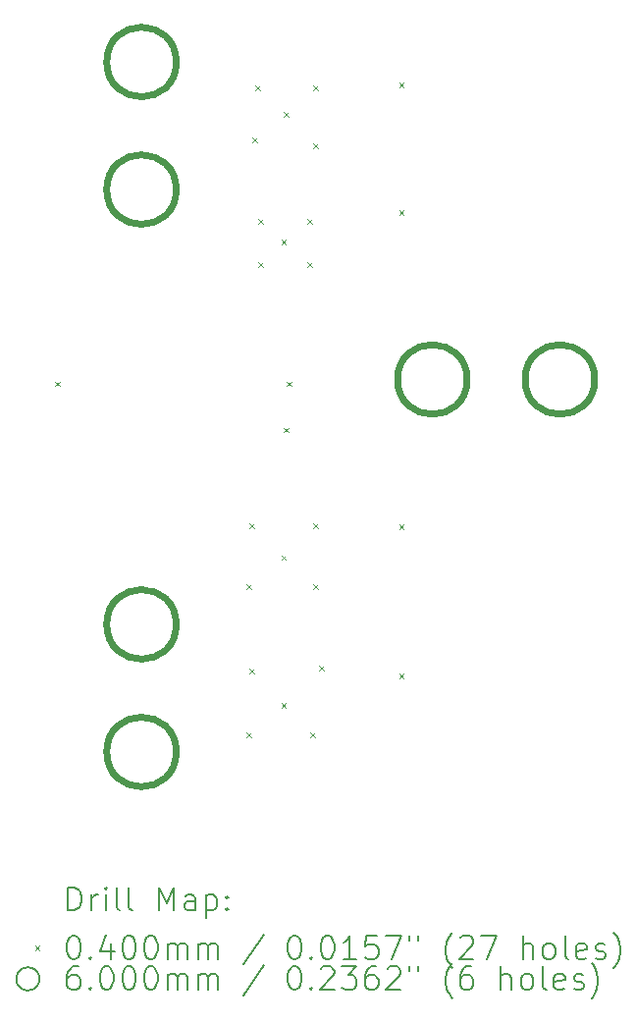
<source format=gbr>
%TF.GenerationSoftware,KiCad,Pcbnew,7.0.1*%
%TF.CreationDate,2023-04-06T11:57:59-07:00*%
%TF.ProjectId,rps01,72707330-312e-46b6-9963-61645f706362,0*%
%TF.SameCoordinates,Original*%
%TF.FileFunction,Drillmap*%
%TF.FilePolarity,Positive*%
%FSLAX45Y45*%
G04 Gerber Fmt 4.5, Leading zero omitted, Abs format (unit mm)*
G04 Created by KiCad (PCBNEW 7.0.1) date 2023-04-06 11:57:59*
%MOMM*%
%LPD*%
G01*
G04 APERTURE LIST*
%ADD10C,0.200000*%
%ADD11C,0.040000*%
%ADD12C,0.600000*%
G04 APERTURE END LIST*
D10*
D11*
X1530000Y-5605000D02*
X1570000Y-5645000D01*
X1570000Y-5605000D02*
X1530000Y-5645000D01*
X3180000Y-7355000D02*
X3220000Y-7395000D01*
X3220000Y-7355000D02*
X3180000Y-7395000D01*
X3180000Y-8630000D02*
X3220000Y-8670000D01*
X3220000Y-8630000D02*
X3180000Y-8670000D01*
X3205000Y-6830000D02*
X3245000Y-6870000D01*
X3245000Y-6830000D02*
X3205000Y-6870000D01*
X3205000Y-8080000D02*
X3245000Y-8120000D01*
X3245000Y-8080000D02*
X3205000Y-8120000D01*
X3230000Y-3505000D02*
X3270000Y-3545000D01*
X3270000Y-3505000D02*
X3230000Y-3545000D01*
X3255000Y-3055000D02*
X3295000Y-3095000D01*
X3295000Y-3055000D02*
X3255000Y-3095000D01*
X3280000Y-4205000D02*
X3320000Y-4245000D01*
X3320000Y-4205000D02*
X3280000Y-4245000D01*
X3280000Y-4580000D02*
X3320000Y-4620000D01*
X3320000Y-4580000D02*
X3280000Y-4620000D01*
X3480000Y-4380000D02*
X3520000Y-4420000D01*
X3520000Y-4380000D02*
X3480000Y-4420000D01*
X3480000Y-7105000D02*
X3520000Y-7145000D01*
X3520000Y-7105000D02*
X3480000Y-7145000D01*
X3480000Y-8380000D02*
X3520000Y-8420000D01*
X3520000Y-8380000D02*
X3480000Y-8420000D01*
X3505000Y-3280000D02*
X3545000Y-3320000D01*
X3545000Y-3280000D02*
X3505000Y-3320000D01*
X3505000Y-6005000D02*
X3545000Y-6045000D01*
X3545000Y-6005000D02*
X3505000Y-6045000D01*
X3530000Y-5605000D02*
X3570000Y-5645000D01*
X3570000Y-5605000D02*
X3530000Y-5645000D01*
X3705000Y-4205000D02*
X3745000Y-4245000D01*
X3745000Y-4205000D02*
X3705000Y-4245000D01*
X3705000Y-4580000D02*
X3745000Y-4620000D01*
X3745000Y-4580000D02*
X3705000Y-4620000D01*
X3730000Y-8630000D02*
X3770000Y-8670000D01*
X3770000Y-8630000D02*
X3730000Y-8670000D01*
X3755000Y-3055000D02*
X3795000Y-3095000D01*
X3795000Y-3055000D02*
X3755000Y-3095000D01*
X3755000Y-3555000D02*
X3795000Y-3595000D01*
X3795000Y-3555000D02*
X3755000Y-3595000D01*
X3755000Y-6830000D02*
X3795000Y-6870000D01*
X3795000Y-6830000D02*
X3755000Y-6870000D01*
X3755000Y-7355000D02*
X3795000Y-7395000D01*
X3795000Y-7355000D02*
X3755000Y-7395000D01*
X3805000Y-8055000D02*
X3845000Y-8095000D01*
X3845000Y-8055000D02*
X3805000Y-8095000D01*
X4497220Y-3028000D02*
X4537220Y-3068000D01*
X4537220Y-3028000D02*
X4497220Y-3068000D01*
X4497220Y-4126000D02*
X4537220Y-4166000D01*
X4537220Y-4126000D02*
X4497220Y-4166000D01*
X4497220Y-6838000D02*
X4537220Y-6878000D01*
X4537220Y-6838000D02*
X4497220Y-6878000D01*
X4497220Y-8126000D02*
X4537220Y-8166000D01*
X4537220Y-8126000D02*
X4497220Y-8166000D01*
D12*
X2575000Y-2850000D02*
G75*
G03*
X2575000Y-2850000I-300000J0D01*
G01*
X2575000Y-3950000D02*
G75*
G03*
X2575000Y-3950000I-300000J0D01*
G01*
X2575000Y-7700000D02*
G75*
G03*
X2575000Y-7700000I-300000J0D01*
G01*
X2575000Y-8800000D02*
G75*
G03*
X2575000Y-8800000I-300000J0D01*
G01*
X5084000Y-5588000D02*
G75*
G03*
X5084000Y-5588000I-300000J0D01*
G01*
X6184000Y-5588000D02*
G75*
G03*
X6184000Y-5588000I-300000J0D01*
G01*
D10*
X1642619Y-10165524D02*
X1642619Y-9965524D01*
X1642619Y-9965524D02*
X1690238Y-9965524D01*
X1690238Y-9965524D02*
X1718809Y-9975048D01*
X1718809Y-9975048D02*
X1737857Y-9994095D01*
X1737857Y-9994095D02*
X1747381Y-10013143D01*
X1747381Y-10013143D02*
X1756905Y-10051238D01*
X1756905Y-10051238D02*
X1756905Y-10079810D01*
X1756905Y-10079810D02*
X1747381Y-10117905D01*
X1747381Y-10117905D02*
X1737857Y-10136952D01*
X1737857Y-10136952D02*
X1718809Y-10156000D01*
X1718809Y-10156000D02*
X1690238Y-10165524D01*
X1690238Y-10165524D02*
X1642619Y-10165524D01*
X1842619Y-10165524D02*
X1842619Y-10032190D01*
X1842619Y-10070286D02*
X1852143Y-10051238D01*
X1852143Y-10051238D02*
X1861667Y-10041714D01*
X1861667Y-10041714D02*
X1880714Y-10032190D01*
X1880714Y-10032190D02*
X1899762Y-10032190D01*
X1966428Y-10165524D02*
X1966428Y-10032190D01*
X1966428Y-9965524D02*
X1956905Y-9975048D01*
X1956905Y-9975048D02*
X1966428Y-9984571D01*
X1966428Y-9984571D02*
X1975952Y-9975048D01*
X1975952Y-9975048D02*
X1966428Y-9965524D01*
X1966428Y-9965524D02*
X1966428Y-9984571D01*
X2090238Y-10165524D02*
X2071190Y-10156000D01*
X2071190Y-10156000D02*
X2061667Y-10136952D01*
X2061667Y-10136952D02*
X2061667Y-9965524D01*
X2195000Y-10165524D02*
X2175952Y-10156000D01*
X2175952Y-10156000D02*
X2166429Y-10136952D01*
X2166429Y-10136952D02*
X2166429Y-9965524D01*
X2423571Y-10165524D02*
X2423571Y-9965524D01*
X2423571Y-9965524D02*
X2490238Y-10108381D01*
X2490238Y-10108381D02*
X2556905Y-9965524D01*
X2556905Y-9965524D02*
X2556905Y-10165524D01*
X2737857Y-10165524D02*
X2737857Y-10060762D01*
X2737857Y-10060762D02*
X2728333Y-10041714D01*
X2728333Y-10041714D02*
X2709286Y-10032190D01*
X2709286Y-10032190D02*
X2671190Y-10032190D01*
X2671190Y-10032190D02*
X2652143Y-10041714D01*
X2737857Y-10156000D02*
X2718810Y-10165524D01*
X2718810Y-10165524D02*
X2671190Y-10165524D01*
X2671190Y-10165524D02*
X2652143Y-10156000D01*
X2652143Y-10156000D02*
X2642619Y-10136952D01*
X2642619Y-10136952D02*
X2642619Y-10117905D01*
X2642619Y-10117905D02*
X2652143Y-10098857D01*
X2652143Y-10098857D02*
X2671190Y-10089333D01*
X2671190Y-10089333D02*
X2718810Y-10089333D01*
X2718810Y-10089333D02*
X2737857Y-10079810D01*
X2833095Y-10032190D02*
X2833095Y-10232190D01*
X2833095Y-10041714D02*
X2852143Y-10032190D01*
X2852143Y-10032190D02*
X2890238Y-10032190D01*
X2890238Y-10032190D02*
X2909286Y-10041714D01*
X2909286Y-10041714D02*
X2918809Y-10051238D01*
X2918809Y-10051238D02*
X2928333Y-10070286D01*
X2928333Y-10070286D02*
X2928333Y-10127429D01*
X2928333Y-10127429D02*
X2918809Y-10146476D01*
X2918809Y-10146476D02*
X2909286Y-10156000D01*
X2909286Y-10156000D02*
X2890238Y-10165524D01*
X2890238Y-10165524D02*
X2852143Y-10165524D01*
X2852143Y-10165524D02*
X2833095Y-10156000D01*
X3014048Y-10146476D02*
X3023571Y-10156000D01*
X3023571Y-10156000D02*
X3014048Y-10165524D01*
X3014048Y-10165524D02*
X3004524Y-10156000D01*
X3004524Y-10156000D02*
X3014048Y-10146476D01*
X3014048Y-10146476D02*
X3014048Y-10165524D01*
X3014048Y-10041714D02*
X3023571Y-10051238D01*
X3023571Y-10051238D02*
X3014048Y-10060762D01*
X3014048Y-10060762D02*
X3004524Y-10051238D01*
X3004524Y-10051238D02*
X3014048Y-10041714D01*
X3014048Y-10041714D02*
X3014048Y-10060762D01*
D11*
X1355000Y-10473000D02*
X1395000Y-10513000D01*
X1395000Y-10473000D02*
X1355000Y-10513000D01*
D10*
X1680714Y-10385524D02*
X1699762Y-10385524D01*
X1699762Y-10385524D02*
X1718809Y-10395048D01*
X1718809Y-10395048D02*
X1728333Y-10404571D01*
X1728333Y-10404571D02*
X1737857Y-10423619D01*
X1737857Y-10423619D02*
X1747381Y-10461714D01*
X1747381Y-10461714D02*
X1747381Y-10509333D01*
X1747381Y-10509333D02*
X1737857Y-10547429D01*
X1737857Y-10547429D02*
X1728333Y-10566476D01*
X1728333Y-10566476D02*
X1718809Y-10576000D01*
X1718809Y-10576000D02*
X1699762Y-10585524D01*
X1699762Y-10585524D02*
X1680714Y-10585524D01*
X1680714Y-10585524D02*
X1661667Y-10576000D01*
X1661667Y-10576000D02*
X1652143Y-10566476D01*
X1652143Y-10566476D02*
X1642619Y-10547429D01*
X1642619Y-10547429D02*
X1633095Y-10509333D01*
X1633095Y-10509333D02*
X1633095Y-10461714D01*
X1633095Y-10461714D02*
X1642619Y-10423619D01*
X1642619Y-10423619D02*
X1652143Y-10404571D01*
X1652143Y-10404571D02*
X1661667Y-10395048D01*
X1661667Y-10395048D02*
X1680714Y-10385524D01*
X1833095Y-10566476D02*
X1842619Y-10576000D01*
X1842619Y-10576000D02*
X1833095Y-10585524D01*
X1833095Y-10585524D02*
X1823571Y-10576000D01*
X1823571Y-10576000D02*
X1833095Y-10566476D01*
X1833095Y-10566476D02*
X1833095Y-10585524D01*
X2014048Y-10452190D02*
X2014048Y-10585524D01*
X1966428Y-10376000D02*
X1918809Y-10518857D01*
X1918809Y-10518857D02*
X2042619Y-10518857D01*
X2156905Y-10385524D02*
X2175952Y-10385524D01*
X2175952Y-10385524D02*
X2195000Y-10395048D01*
X2195000Y-10395048D02*
X2204524Y-10404571D01*
X2204524Y-10404571D02*
X2214048Y-10423619D01*
X2214048Y-10423619D02*
X2223571Y-10461714D01*
X2223571Y-10461714D02*
X2223571Y-10509333D01*
X2223571Y-10509333D02*
X2214048Y-10547429D01*
X2214048Y-10547429D02*
X2204524Y-10566476D01*
X2204524Y-10566476D02*
X2195000Y-10576000D01*
X2195000Y-10576000D02*
X2175952Y-10585524D01*
X2175952Y-10585524D02*
X2156905Y-10585524D01*
X2156905Y-10585524D02*
X2137857Y-10576000D01*
X2137857Y-10576000D02*
X2128333Y-10566476D01*
X2128333Y-10566476D02*
X2118810Y-10547429D01*
X2118810Y-10547429D02*
X2109286Y-10509333D01*
X2109286Y-10509333D02*
X2109286Y-10461714D01*
X2109286Y-10461714D02*
X2118810Y-10423619D01*
X2118810Y-10423619D02*
X2128333Y-10404571D01*
X2128333Y-10404571D02*
X2137857Y-10395048D01*
X2137857Y-10395048D02*
X2156905Y-10385524D01*
X2347381Y-10385524D02*
X2366429Y-10385524D01*
X2366429Y-10385524D02*
X2385476Y-10395048D01*
X2385476Y-10395048D02*
X2395000Y-10404571D01*
X2395000Y-10404571D02*
X2404524Y-10423619D01*
X2404524Y-10423619D02*
X2414048Y-10461714D01*
X2414048Y-10461714D02*
X2414048Y-10509333D01*
X2414048Y-10509333D02*
X2404524Y-10547429D01*
X2404524Y-10547429D02*
X2395000Y-10566476D01*
X2395000Y-10566476D02*
X2385476Y-10576000D01*
X2385476Y-10576000D02*
X2366429Y-10585524D01*
X2366429Y-10585524D02*
X2347381Y-10585524D01*
X2347381Y-10585524D02*
X2328333Y-10576000D01*
X2328333Y-10576000D02*
X2318810Y-10566476D01*
X2318810Y-10566476D02*
X2309286Y-10547429D01*
X2309286Y-10547429D02*
X2299762Y-10509333D01*
X2299762Y-10509333D02*
X2299762Y-10461714D01*
X2299762Y-10461714D02*
X2309286Y-10423619D01*
X2309286Y-10423619D02*
X2318810Y-10404571D01*
X2318810Y-10404571D02*
X2328333Y-10395048D01*
X2328333Y-10395048D02*
X2347381Y-10385524D01*
X2499762Y-10585524D02*
X2499762Y-10452190D01*
X2499762Y-10471238D02*
X2509286Y-10461714D01*
X2509286Y-10461714D02*
X2528333Y-10452190D01*
X2528333Y-10452190D02*
X2556905Y-10452190D01*
X2556905Y-10452190D02*
X2575952Y-10461714D01*
X2575952Y-10461714D02*
X2585476Y-10480762D01*
X2585476Y-10480762D02*
X2585476Y-10585524D01*
X2585476Y-10480762D02*
X2595000Y-10461714D01*
X2595000Y-10461714D02*
X2614048Y-10452190D01*
X2614048Y-10452190D02*
X2642619Y-10452190D01*
X2642619Y-10452190D02*
X2661667Y-10461714D01*
X2661667Y-10461714D02*
X2671191Y-10480762D01*
X2671191Y-10480762D02*
X2671191Y-10585524D01*
X2766429Y-10585524D02*
X2766429Y-10452190D01*
X2766429Y-10471238D02*
X2775952Y-10461714D01*
X2775952Y-10461714D02*
X2795000Y-10452190D01*
X2795000Y-10452190D02*
X2823571Y-10452190D01*
X2823571Y-10452190D02*
X2842619Y-10461714D01*
X2842619Y-10461714D02*
X2852143Y-10480762D01*
X2852143Y-10480762D02*
X2852143Y-10585524D01*
X2852143Y-10480762D02*
X2861667Y-10461714D01*
X2861667Y-10461714D02*
X2880714Y-10452190D01*
X2880714Y-10452190D02*
X2909286Y-10452190D01*
X2909286Y-10452190D02*
X2928333Y-10461714D01*
X2928333Y-10461714D02*
X2937857Y-10480762D01*
X2937857Y-10480762D02*
X2937857Y-10585524D01*
X3328333Y-10376000D02*
X3156905Y-10633143D01*
X3585476Y-10385524D02*
X3604524Y-10385524D01*
X3604524Y-10385524D02*
X3623572Y-10395048D01*
X3623572Y-10395048D02*
X3633095Y-10404571D01*
X3633095Y-10404571D02*
X3642619Y-10423619D01*
X3642619Y-10423619D02*
X3652143Y-10461714D01*
X3652143Y-10461714D02*
X3652143Y-10509333D01*
X3652143Y-10509333D02*
X3642619Y-10547429D01*
X3642619Y-10547429D02*
X3633095Y-10566476D01*
X3633095Y-10566476D02*
X3623572Y-10576000D01*
X3623572Y-10576000D02*
X3604524Y-10585524D01*
X3604524Y-10585524D02*
X3585476Y-10585524D01*
X3585476Y-10585524D02*
X3566429Y-10576000D01*
X3566429Y-10576000D02*
X3556905Y-10566476D01*
X3556905Y-10566476D02*
X3547381Y-10547429D01*
X3547381Y-10547429D02*
X3537857Y-10509333D01*
X3537857Y-10509333D02*
X3537857Y-10461714D01*
X3537857Y-10461714D02*
X3547381Y-10423619D01*
X3547381Y-10423619D02*
X3556905Y-10404571D01*
X3556905Y-10404571D02*
X3566429Y-10395048D01*
X3566429Y-10395048D02*
X3585476Y-10385524D01*
X3737857Y-10566476D02*
X3747381Y-10576000D01*
X3747381Y-10576000D02*
X3737857Y-10585524D01*
X3737857Y-10585524D02*
X3728333Y-10576000D01*
X3728333Y-10576000D02*
X3737857Y-10566476D01*
X3737857Y-10566476D02*
X3737857Y-10585524D01*
X3871191Y-10385524D02*
X3890238Y-10385524D01*
X3890238Y-10385524D02*
X3909286Y-10395048D01*
X3909286Y-10395048D02*
X3918810Y-10404571D01*
X3918810Y-10404571D02*
X3928333Y-10423619D01*
X3928333Y-10423619D02*
X3937857Y-10461714D01*
X3937857Y-10461714D02*
X3937857Y-10509333D01*
X3937857Y-10509333D02*
X3928333Y-10547429D01*
X3928333Y-10547429D02*
X3918810Y-10566476D01*
X3918810Y-10566476D02*
X3909286Y-10576000D01*
X3909286Y-10576000D02*
X3890238Y-10585524D01*
X3890238Y-10585524D02*
X3871191Y-10585524D01*
X3871191Y-10585524D02*
X3852143Y-10576000D01*
X3852143Y-10576000D02*
X3842619Y-10566476D01*
X3842619Y-10566476D02*
X3833095Y-10547429D01*
X3833095Y-10547429D02*
X3823572Y-10509333D01*
X3823572Y-10509333D02*
X3823572Y-10461714D01*
X3823572Y-10461714D02*
X3833095Y-10423619D01*
X3833095Y-10423619D02*
X3842619Y-10404571D01*
X3842619Y-10404571D02*
X3852143Y-10395048D01*
X3852143Y-10395048D02*
X3871191Y-10385524D01*
X4128333Y-10585524D02*
X4014048Y-10585524D01*
X4071191Y-10585524D02*
X4071191Y-10385524D01*
X4071191Y-10385524D02*
X4052143Y-10414095D01*
X4052143Y-10414095D02*
X4033095Y-10433143D01*
X4033095Y-10433143D02*
X4014048Y-10442667D01*
X4309286Y-10385524D02*
X4214048Y-10385524D01*
X4214048Y-10385524D02*
X4204524Y-10480762D01*
X4204524Y-10480762D02*
X4214048Y-10471238D01*
X4214048Y-10471238D02*
X4233095Y-10461714D01*
X4233095Y-10461714D02*
X4280715Y-10461714D01*
X4280715Y-10461714D02*
X4299762Y-10471238D01*
X4299762Y-10471238D02*
X4309286Y-10480762D01*
X4309286Y-10480762D02*
X4318810Y-10499810D01*
X4318810Y-10499810D02*
X4318810Y-10547429D01*
X4318810Y-10547429D02*
X4309286Y-10566476D01*
X4309286Y-10566476D02*
X4299762Y-10576000D01*
X4299762Y-10576000D02*
X4280715Y-10585524D01*
X4280715Y-10585524D02*
X4233095Y-10585524D01*
X4233095Y-10585524D02*
X4214048Y-10576000D01*
X4214048Y-10576000D02*
X4204524Y-10566476D01*
X4385476Y-10385524D02*
X4518810Y-10385524D01*
X4518810Y-10385524D02*
X4433095Y-10585524D01*
X4585476Y-10385524D02*
X4585476Y-10423619D01*
X4661667Y-10385524D02*
X4661667Y-10423619D01*
X4956905Y-10661714D02*
X4947381Y-10652190D01*
X4947381Y-10652190D02*
X4928334Y-10623619D01*
X4928334Y-10623619D02*
X4918810Y-10604571D01*
X4918810Y-10604571D02*
X4909286Y-10576000D01*
X4909286Y-10576000D02*
X4899762Y-10528381D01*
X4899762Y-10528381D02*
X4899762Y-10490286D01*
X4899762Y-10490286D02*
X4909286Y-10442667D01*
X4909286Y-10442667D02*
X4918810Y-10414095D01*
X4918810Y-10414095D02*
X4928334Y-10395048D01*
X4928334Y-10395048D02*
X4947381Y-10366476D01*
X4947381Y-10366476D02*
X4956905Y-10356952D01*
X5023572Y-10404571D02*
X5033096Y-10395048D01*
X5033096Y-10395048D02*
X5052143Y-10385524D01*
X5052143Y-10385524D02*
X5099762Y-10385524D01*
X5099762Y-10385524D02*
X5118810Y-10395048D01*
X5118810Y-10395048D02*
X5128334Y-10404571D01*
X5128334Y-10404571D02*
X5137857Y-10423619D01*
X5137857Y-10423619D02*
X5137857Y-10442667D01*
X5137857Y-10442667D02*
X5128334Y-10471238D01*
X5128334Y-10471238D02*
X5014048Y-10585524D01*
X5014048Y-10585524D02*
X5137857Y-10585524D01*
X5204524Y-10385524D02*
X5337857Y-10385524D01*
X5337857Y-10385524D02*
X5252143Y-10585524D01*
X5566429Y-10585524D02*
X5566429Y-10385524D01*
X5652143Y-10585524D02*
X5652143Y-10480762D01*
X5652143Y-10480762D02*
X5642619Y-10461714D01*
X5642619Y-10461714D02*
X5623572Y-10452190D01*
X5623572Y-10452190D02*
X5595000Y-10452190D01*
X5595000Y-10452190D02*
X5575953Y-10461714D01*
X5575953Y-10461714D02*
X5566429Y-10471238D01*
X5775953Y-10585524D02*
X5756905Y-10576000D01*
X5756905Y-10576000D02*
X5747381Y-10566476D01*
X5747381Y-10566476D02*
X5737857Y-10547429D01*
X5737857Y-10547429D02*
X5737857Y-10490286D01*
X5737857Y-10490286D02*
X5747381Y-10471238D01*
X5747381Y-10471238D02*
X5756905Y-10461714D01*
X5756905Y-10461714D02*
X5775953Y-10452190D01*
X5775953Y-10452190D02*
X5804524Y-10452190D01*
X5804524Y-10452190D02*
X5823572Y-10461714D01*
X5823572Y-10461714D02*
X5833096Y-10471238D01*
X5833096Y-10471238D02*
X5842619Y-10490286D01*
X5842619Y-10490286D02*
X5842619Y-10547429D01*
X5842619Y-10547429D02*
X5833096Y-10566476D01*
X5833096Y-10566476D02*
X5823572Y-10576000D01*
X5823572Y-10576000D02*
X5804524Y-10585524D01*
X5804524Y-10585524D02*
X5775953Y-10585524D01*
X5956905Y-10585524D02*
X5937857Y-10576000D01*
X5937857Y-10576000D02*
X5928334Y-10556952D01*
X5928334Y-10556952D02*
X5928334Y-10385524D01*
X6109286Y-10576000D02*
X6090238Y-10585524D01*
X6090238Y-10585524D02*
X6052143Y-10585524D01*
X6052143Y-10585524D02*
X6033096Y-10576000D01*
X6033096Y-10576000D02*
X6023572Y-10556952D01*
X6023572Y-10556952D02*
X6023572Y-10480762D01*
X6023572Y-10480762D02*
X6033096Y-10461714D01*
X6033096Y-10461714D02*
X6052143Y-10452190D01*
X6052143Y-10452190D02*
X6090238Y-10452190D01*
X6090238Y-10452190D02*
X6109286Y-10461714D01*
X6109286Y-10461714D02*
X6118810Y-10480762D01*
X6118810Y-10480762D02*
X6118810Y-10499810D01*
X6118810Y-10499810D02*
X6023572Y-10518857D01*
X6195000Y-10576000D02*
X6214048Y-10585524D01*
X6214048Y-10585524D02*
X6252143Y-10585524D01*
X6252143Y-10585524D02*
X6271191Y-10576000D01*
X6271191Y-10576000D02*
X6280715Y-10556952D01*
X6280715Y-10556952D02*
X6280715Y-10547429D01*
X6280715Y-10547429D02*
X6271191Y-10528381D01*
X6271191Y-10528381D02*
X6252143Y-10518857D01*
X6252143Y-10518857D02*
X6223572Y-10518857D01*
X6223572Y-10518857D02*
X6204524Y-10509333D01*
X6204524Y-10509333D02*
X6195000Y-10490286D01*
X6195000Y-10490286D02*
X6195000Y-10480762D01*
X6195000Y-10480762D02*
X6204524Y-10461714D01*
X6204524Y-10461714D02*
X6223572Y-10452190D01*
X6223572Y-10452190D02*
X6252143Y-10452190D01*
X6252143Y-10452190D02*
X6271191Y-10461714D01*
X6347381Y-10661714D02*
X6356905Y-10652190D01*
X6356905Y-10652190D02*
X6375953Y-10623619D01*
X6375953Y-10623619D02*
X6385477Y-10604571D01*
X6385477Y-10604571D02*
X6395000Y-10576000D01*
X6395000Y-10576000D02*
X6404524Y-10528381D01*
X6404524Y-10528381D02*
X6404524Y-10490286D01*
X6404524Y-10490286D02*
X6395000Y-10442667D01*
X6395000Y-10442667D02*
X6385477Y-10414095D01*
X6385477Y-10414095D02*
X6375953Y-10395048D01*
X6375953Y-10395048D02*
X6356905Y-10366476D01*
X6356905Y-10366476D02*
X6347381Y-10356952D01*
X1395000Y-10757000D02*
G75*
G03*
X1395000Y-10757000I-100000J0D01*
G01*
X1728333Y-10649524D02*
X1690238Y-10649524D01*
X1690238Y-10649524D02*
X1671190Y-10659048D01*
X1671190Y-10659048D02*
X1661667Y-10668571D01*
X1661667Y-10668571D02*
X1642619Y-10697143D01*
X1642619Y-10697143D02*
X1633095Y-10735238D01*
X1633095Y-10735238D02*
X1633095Y-10811429D01*
X1633095Y-10811429D02*
X1642619Y-10830476D01*
X1642619Y-10830476D02*
X1652143Y-10840000D01*
X1652143Y-10840000D02*
X1671190Y-10849524D01*
X1671190Y-10849524D02*
X1709286Y-10849524D01*
X1709286Y-10849524D02*
X1728333Y-10840000D01*
X1728333Y-10840000D02*
X1737857Y-10830476D01*
X1737857Y-10830476D02*
X1747381Y-10811429D01*
X1747381Y-10811429D02*
X1747381Y-10763810D01*
X1747381Y-10763810D02*
X1737857Y-10744762D01*
X1737857Y-10744762D02*
X1728333Y-10735238D01*
X1728333Y-10735238D02*
X1709286Y-10725714D01*
X1709286Y-10725714D02*
X1671190Y-10725714D01*
X1671190Y-10725714D02*
X1652143Y-10735238D01*
X1652143Y-10735238D02*
X1642619Y-10744762D01*
X1642619Y-10744762D02*
X1633095Y-10763810D01*
X1833095Y-10830476D02*
X1842619Y-10840000D01*
X1842619Y-10840000D02*
X1833095Y-10849524D01*
X1833095Y-10849524D02*
X1823571Y-10840000D01*
X1823571Y-10840000D02*
X1833095Y-10830476D01*
X1833095Y-10830476D02*
X1833095Y-10849524D01*
X1966428Y-10649524D02*
X1985476Y-10649524D01*
X1985476Y-10649524D02*
X2004524Y-10659048D01*
X2004524Y-10659048D02*
X2014048Y-10668571D01*
X2014048Y-10668571D02*
X2023571Y-10687619D01*
X2023571Y-10687619D02*
X2033095Y-10725714D01*
X2033095Y-10725714D02*
X2033095Y-10773333D01*
X2033095Y-10773333D02*
X2023571Y-10811429D01*
X2023571Y-10811429D02*
X2014048Y-10830476D01*
X2014048Y-10830476D02*
X2004524Y-10840000D01*
X2004524Y-10840000D02*
X1985476Y-10849524D01*
X1985476Y-10849524D02*
X1966428Y-10849524D01*
X1966428Y-10849524D02*
X1947381Y-10840000D01*
X1947381Y-10840000D02*
X1937857Y-10830476D01*
X1937857Y-10830476D02*
X1928333Y-10811429D01*
X1928333Y-10811429D02*
X1918809Y-10773333D01*
X1918809Y-10773333D02*
X1918809Y-10725714D01*
X1918809Y-10725714D02*
X1928333Y-10687619D01*
X1928333Y-10687619D02*
X1937857Y-10668571D01*
X1937857Y-10668571D02*
X1947381Y-10659048D01*
X1947381Y-10659048D02*
X1966428Y-10649524D01*
X2156905Y-10649524D02*
X2175952Y-10649524D01*
X2175952Y-10649524D02*
X2195000Y-10659048D01*
X2195000Y-10659048D02*
X2204524Y-10668571D01*
X2204524Y-10668571D02*
X2214048Y-10687619D01*
X2214048Y-10687619D02*
X2223571Y-10725714D01*
X2223571Y-10725714D02*
X2223571Y-10773333D01*
X2223571Y-10773333D02*
X2214048Y-10811429D01*
X2214048Y-10811429D02*
X2204524Y-10830476D01*
X2204524Y-10830476D02*
X2195000Y-10840000D01*
X2195000Y-10840000D02*
X2175952Y-10849524D01*
X2175952Y-10849524D02*
X2156905Y-10849524D01*
X2156905Y-10849524D02*
X2137857Y-10840000D01*
X2137857Y-10840000D02*
X2128333Y-10830476D01*
X2128333Y-10830476D02*
X2118810Y-10811429D01*
X2118810Y-10811429D02*
X2109286Y-10773333D01*
X2109286Y-10773333D02*
X2109286Y-10725714D01*
X2109286Y-10725714D02*
X2118810Y-10687619D01*
X2118810Y-10687619D02*
X2128333Y-10668571D01*
X2128333Y-10668571D02*
X2137857Y-10659048D01*
X2137857Y-10659048D02*
X2156905Y-10649524D01*
X2347381Y-10649524D02*
X2366429Y-10649524D01*
X2366429Y-10649524D02*
X2385476Y-10659048D01*
X2385476Y-10659048D02*
X2395000Y-10668571D01*
X2395000Y-10668571D02*
X2404524Y-10687619D01*
X2404524Y-10687619D02*
X2414048Y-10725714D01*
X2414048Y-10725714D02*
X2414048Y-10773333D01*
X2414048Y-10773333D02*
X2404524Y-10811429D01*
X2404524Y-10811429D02*
X2395000Y-10830476D01*
X2395000Y-10830476D02*
X2385476Y-10840000D01*
X2385476Y-10840000D02*
X2366429Y-10849524D01*
X2366429Y-10849524D02*
X2347381Y-10849524D01*
X2347381Y-10849524D02*
X2328333Y-10840000D01*
X2328333Y-10840000D02*
X2318810Y-10830476D01*
X2318810Y-10830476D02*
X2309286Y-10811429D01*
X2309286Y-10811429D02*
X2299762Y-10773333D01*
X2299762Y-10773333D02*
X2299762Y-10725714D01*
X2299762Y-10725714D02*
X2309286Y-10687619D01*
X2309286Y-10687619D02*
X2318810Y-10668571D01*
X2318810Y-10668571D02*
X2328333Y-10659048D01*
X2328333Y-10659048D02*
X2347381Y-10649524D01*
X2499762Y-10849524D02*
X2499762Y-10716190D01*
X2499762Y-10735238D02*
X2509286Y-10725714D01*
X2509286Y-10725714D02*
X2528333Y-10716190D01*
X2528333Y-10716190D02*
X2556905Y-10716190D01*
X2556905Y-10716190D02*
X2575952Y-10725714D01*
X2575952Y-10725714D02*
X2585476Y-10744762D01*
X2585476Y-10744762D02*
X2585476Y-10849524D01*
X2585476Y-10744762D02*
X2595000Y-10725714D01*
X2595000Y-10725714D02*
X2614048Y-10716190D01*
X2614048Y-10716190D02*
X2642619Y-10716190D01*
X2642619Y-10716190D02*
X2661667Y-10725714D01*
X2661667Y-10725714D02*
X2671191Y-10744762D01*
X2671191Y-10744762D02*
X2671191Y-10849524D01*
X2766429Y-10849524D02*
X2766429Y-10716190D01*
X2766429Y-10735238D02*
X2775952Y-10725714D01*
X2775952Y-10725714D02*
X2795000Y-10716190D01*
X2795000Y-10716190D02*
X2823571Y-10716190D01*
X2823571Y-10716190D02*
X2842619Y-10725714D01*
X2842619Y-10725714D02*
X2852143Y-10744762D01*
X2852143Y-10744762D02*
X2852143Y-10849524D01*
X2852143Y-10744762D02*
X2861667Y-10725714D01*
X2861667Y-10725714D02*
X2880714Y-10716190D01*
X2880714Y-10716190D02*
X2909286Y-10716190D01*
X2909286Y-10716190D02*
X2928333Y-10725714D01*
X2928333Y-10725714D02*
X2937857Y-10744762D01*
X2937857Y-10744762D02*
X2937857Y-10849524D01*
X3328333Y-10640000D02*
X3156905Y-10897143D01*
X3585476Y-10649524D02*
X3604524Y-10649524D01*
X3604524Y-10649524D02*
X3623572Y-10659048D01*
X3623572Y-10659048D02*
X3633095Y-10668571D01*
X3633095Y-10668571D02*
X3642619Y-10687619D01*
X3642619Y-10687619D02*
X3652143Y-10725714D01*
X3652143Y-10725714D02*
X3652143Y-10773333D01*
X3652143Y-10773333D02*
X3642619Y-10811429D01*
X3642619Y-10811429D02*
X3633095Y-10830476D01*
X3633095Y-10830476D02*
X3623572Y-10840000D01*
X3623572Y-10840000D02*
X3604524Y-10849524D01*
X3604524Y-10849524D02*
X3585476Y-10849524D01*
X3585476Y-10849524D02*
X3566429Y-10840000D01*
X3566429Y-10840000D02*
X3556905Y-10830476D01*
X3556905Y-10830476D02*
X3547381Y-10811429D01*
X3547381Y-10811429D02*
X3537857Y-10773333D01*
X3537857Y-10773333D02*
X3537857Y-10725714D01*
X3537857Y-10725714D02*
X3547381Y-10687619D01*
X3547381Y-10687619D02*
X3556905Y-10668571D01*
X3556905Y-10668571D02*
X3566429Y-10659048D01*
X3566429Y-10659048D02*
X3585476Y-10649524D01*
X3737857Y-10830476D02*
X3747381Y-10840000D01*
X3747381Y-10840000D02*
X3737857Y-10849524D01*
X3737857Y-10849524D02*
X3728333Y-10840000D01*
X3728333Y-10840000D02*
X3737857Y-10830476D01*
X3737857Y-10830476D02*
X3737857Y-10849524D01*
X3823572Y-10668571D02*
X3833095Y-10659048D01*
X3833095Y-10659048D02*
X3852143Y-10649524D01*
X3852143Y-10649524D02*
X3899762Y-10649524D01*
X3899762Y-10649524D02*
X3918810Y-10659048D01*
X3918810Y-10659048D02*
X3928333Y-10668571D01*
X3928333Y-10668571D02*
X3937857Y-10687619D01*
X3937857Y-10687619D02*
X3937857Y-10706667D01*
X3937857Y-10706667D02*
X3928333Y-10735238D01*
X3928333Y-10735238D02*
X3814048Y-10849524D01*
X3814048Y-10849524D02*
X3937857Y-10849524D01*
X4004524Y-10649524D02*
X4128333Y-10649524D01*
X4128333Y-10649524D02*
X4061667Y-10725714D01*
X4061667Y-10725714D02*
X4090238Y-10725714D01*
X4090238Y-10725714D02*
X4109286Y-10735238D01*
X4109286Y-10735238D02*
X4118810Y-10744762D01*
X4118810Y-10744762D02*
X4128333Y-10763810D01*
X4128333Y-10763810D02*
X4128333Y-10811429D01*
X4128333Y-10811429D02*
X4118810Y-10830476D01*
X4118810Y-10830476D02*
X4109286Y-10840000D01*
X4109286Y-10840000D02*
X4090238Y-10849524D01*
X4090238Y-10849524D02*
X4033095Y-10849524D01*
X4033095Y-10849524D02*
X4014048Y-10840000D01*
X4014048Y-10840000D02*
X4004524Y-10830476D01*
X4299762Y-10649524D02*
X4261667Y-10649524D01*
X4261667Y-10649524D02*
X4242619Y-10659048D01*
X4242619Y-10659048D02*
X4233095Y-10668571D01*
X4233095Y-10668571D02*
X4214048Y-10697143D01*
X4214048Y-10697143D02*
X4204524Y-10735238D01*
X4204524Y-10735238D02*
X4204524Y-10811429D01*
X4204524Y-10811429D02*
X4214048Y-10830476D01*
X4214048Y-10830476D02*
X4223572Y-10840000D01*
X4223572Y-10840000D02*
X4242619Y-10849524D01*
X4242619Y-10849524D02*
X4280715Y-10849524D01*
X4280715Y-10849524D02*
X4299762Y-10840000D01*
X4299762Y-10840000D02*
X4309286Y-10830476D01*
X4309286Y-10830476D02*
X4318810Y-10811429D01*
X4318810Y-10811429D02*
X4318810Y-10763810D01*
X4318810Y-10763810D02*
X4309286Y-10744762D01*
X4309286Y-10744762D02*
X4299762Y-10735238D01*
X4299762Y-10735238D02*
X4280715Y-10725714D01*
X4280715Y-10725714D02*
X4242619Y-10725714D01*
X4242619Y-10725714D02*
X4223572Y-10735238D01*
X4223572Y-10735238D02*
X4214048Y-10744762D01*
X4214048Y-10744762D02*
X4204524Y-10763810D01*
X4395000Y-10668571D02*
X4404524Y-10659048D01*
X4404524Y-10659048D02*
X4423572Y-10649524D01*
X4423572Y-10649524D02*
X4471191Y-10649524D01*
X4471191Y-10649524D02*
X4490238Y-10659048D01*
X4490238Y-10659048D02*
X4499762Y-10668571D01*
X4499762Y-10668571D02*
X4509286Y-10687619D01*
X4509286Y-10687619D02*
X4509286Y-10706667D01*
X4509286Y-10706667D02*
X4499762Y-10735238D01*
X4499762Y-10735238D02*
X4385476Y-10849524D01*
X4385476Y-10849524D02*
X4509286Y-10849524D01*
X4585476Y-10649524D02*
X4585476Y-10687619D01*
X4661667Y-10649524D02*
X4661667Y-10687619D01*
X4956905Y-10925714D02*
X4947381Y-10916190D01*
X4947381Y-10916190D02*
X4928334Y-10887619D01*
X4928334Y-10887619D02*
X4918810Y-10868571D01*
X4918810Y-10868571D02*
X4909286Y-10840000D01*
X4909286Y-10840000D02*
X4899762Y-10792381D01*
X4899762Y-10792381D02*
X4899762Y-10754286D01*
X4899762Y-10754286D02*
X4909286Y-10706667D01*
X4909286Y-10706667D02*
X4918810Y-10678095D01*
X4918810Y-10678095D02*
X4928334Y-10659048D01*
X4928334Y-10659048D02*
X4947381Y-10630476D01*
X4947381Y-10630476D02*
X4956905Y-10620952D01*
X5118810Y-10649524D02*
X5080715Y-10649524D01*
X5080715Y-10649524D02*
X5061667Y-10659048D01*
X5061667Y-10659048D02*
X5052143Y-10668571D01*
X5052143Y-10668571D02*
X5033096Y-10697143D01*
X5033096Y-10697143D02*
X5023572Y-10735238D01*
X5023572Y-10735238D02*
X5023572Y-10811429D01*
X5023572Y-10811429D02*
X5033096Y-10830476D01*
X5033096Y-10830476D02*
X5042619Y-10840000D01*
X5042619Y-10840000D02*
X5061667Y-10849524D01*
X5061667Y-10849524D02*
X5099762Y-10849524D01*
X5099762Y-10849524D02*
X5118810Y-10840000D01*
X5118810Y-10840000D02*
X5128334Y-10830476D01*
X5128334Y-10830476D02*
X5137857Y-10811429D01*
X5137857Y-10811429D02*
X5137857Y-10763810D01*
X5137857Y-10763810D02*
X5128334Y-10744762D01*
X5128334Y-10744762D02*
X5118810Y-10735238D01*
X5118810Y-10735238D02*
X5099762Y-10725714D01*
X5099762Y-10725714D02*
X5061667Y-10725714D01*
X5061667Y-10725714D02*
X5042619Y-10735238D01*
X5042619Y-10735238D02*
X5033096Y-10744762D01*
X5033096Y-10744762D02*
X5023572Y-10763810D01*
X5375953Y-10849524D02*
X5375953Y-10649524D01*
X5461667Y-10849524D02*
X5461667Y-10744762D01*
X5461667Y-10744762D02*
X5452143Y-10725714D01*
X5452143Y-10725714D02*
X5433096Y-10716190D01*
X5433096Y-10716190D02*
X5404524Y-10716190D01*
X5404524Y-10716190D02*
X5385477Y-10725714D01*
X5385477Y-10725714D02*
X5375953Y-10735238D01*
X5585477Y-10849524D02*
X5566429Y-10840000D01*
X5566429Y-10840000D02*
X5556905Y-10830476D01*
X5556905Y-10830476D02*
X5547381Y-10811429D01*
X5547381Y-10811429D02*
X5547381Y-10754286D01*
X5547381Y-10754286D02*
X5556905Y-10735238D01*
X5556905Y-10735238D02*
X5566429Y-10725714D01*
X5566429Y-10725714D02*
X5585477Y-10716190D01*
X5585477Y-10716190D02*
X5614048Y-10716190D01*
X5614048Y-10716190D02*
X5633096Y-10725714D01*
X5633096Y-10725714D02*
X5642619Y-10735238D01*
X5642619Y-10735238D02*
X5652143Y-10754286D01*
X5652143Y-10754286D02*
X5652143Y-10811429D01*
X5652143Y-10811429D02*
X5642619Y-10830476D01*
X5642619Y-10830476D02*
X5633096Y-10840000D01*
X5633096Y-10840000D02*
X5614048Y-10849524D01*
X5614048Y-10849524D02*
X5585477Y-10849524D01*
X5766429Y-10849524D02*
X5747381Y-10840000D01*
X5747381Y-10840000D02*
X5737857Y-10820952D01*
X5737857Y-10820952D02*
X5737857Y-10649524D01*
X5918810Y-10840000D02*
X5899762Y-10849524D01*
X5899762Y-10849524D02*
X5861667Y-10849524D01*
X5861667Y-10849524D02*
X5842619Y-10840000D01*
X5842619Y-10840000D02*
X5833096Y-10820952D01*
X5833096Y-10820952D02*
X5833096Y-10744762D01*
X5833096Y-10744762D02*
X5842619Y-10725714D01*
X5842619Y-10725714D02*
X5861667Y-10716190D01*
X5861667Y-10716190D02*
X5899762Y-10716190D01*
X5899762Y-10716190D02*
X5918810Y-10725714D01*
X5918810Y-10725714D02*
X5928334Y-10744762D01*
X5928334Y-10744762D02*
X5928334Y-10763810D01*
X5928334Y-10763810D02*
X5833096Y-10782857D01*
X6004524Y-10840000D02*
X6023572Y-10849524D01*
X6023572Y-10849524D02*
X6061667Y-10849524D01*
X6061667Y-10849524D02*
X6080715Y-10840000D01*
X6080715Y-10840000D02*
X6090238Y-10820952D01*
X6090238Y-10820952D02*
X6090238Y-10811429D01*
X6090238Y-10811429D02*
X6080715Y-10792381D01*
X6080715Y-10792381D02*
X6061667Y-10782857D01*
X6061667Y-10782857D02*
X6033096Y-10782857D01*
X6033096Y-10782857D02*
X6014048Y-10773333D01*
X6014048Y-10773333D02*
X6004524Y-10754286D01*
X6004524Y-10754286D02*
X6004524Y-10744762D01*
X6004524Y-10744762D02*
X6014048Y-10725714D01*
X6014048Y-10725714D02*
X6033096Y-10716190D01*
X6033096Y-10716190D02*
X6061667Y-10716190D01*
X6061667Y-10716190D02*
X6080715Y-10725714D01*
X6156905Y-10925714D02*
X6166429Y-10916190D01*
X6166429Y-10916190D02*
X6185477Y-10887619D01*
X6185477Y-10887619D02*
X6195000Y-10868571D01*
X6195000Y-10868571D02*
X6204524Y-10840000D01*
X6204524Y-10840000D02*
X6214048Y-10792381D01*
X6214048Y-10792381D02*
X6214048Y-10754286D01*
X6214048Y-10754286D02*
X6204524Y-10706667D01*
X6204524Y-10706667D02*
X6195000Y-10678095D01*
X6195000Y-10678095D02*
X6185477Y-10659048D01*
X6185477Y-10659048D02*
X6166429Y-10630476D01*
X6166429Y-10630476D02*
X6156905Y-10620952D01*
M02*

</source>
